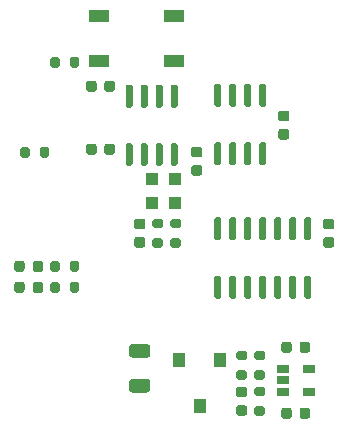
<source format=gbr>
%TF.GenerationSoftware,KiCad,Pcbnew,(5.1.10)-1*%
%TF.CreationDate,2021-09-16T15:44:01+01:00*%
%TF.ProjectId,Eos-Board,456f732d-426f-4617-9264-2e6b69636164,rev?*%
%TF.SameCoordinates,Original*%
%TF.FileFunction,Paste,Top*%
%TF.FilePolarity,Positive*%
%FSLAX46Y46*%
G04 Gerber Fmt 4.6, Leading zero omitted, Abs format (unit mm)*
G04 Created by KiCad (PCBNEW (5.1.10)-1) date 2021-09-16 15:44:01*
%MOMM*%
%LPD*%
G01*
G04 APERTURE LIST*
%ADD10R,1.700000X1.000000*%
%ADD11R,1.000000X1.000000*%
%ADD12R,1.060000X0.650000*%
%ADD13R,1.000000X1.300000*%
G04 APERTURE END LIST*
D10*
%TO.C,SW2*%
X113132000Y-64130000D03*
X106832000Y-64130000D03*
X113132000Y-60330000D03*
X106832000Y-60330000D03*
%TD*%
%TO.C,R9*%
G36*
G01*
X104311000Y-64537000D02*
X104311000Y-63987000D01*
G75*
G02*
X104511000Y-63787000I200000J0D01*
G01*
X104911000Y-63787000D01*
G75*
G02*
X105111000Y-63987000I0J-200000D01*
G01*
X105111000Y-64537000D01*
G75*
G02*
X104911000Y-64737000I-200000J0D01*
G01*
X104511000Y-64737000D01*
G75*
G02*
X104311000Y-64537000I0J200000D01*
G01*
G37*
G36*
G01*
X102661000Y-64537000D02*
X102661000Y-63987000D01*
G75*
G02*
X102861000Y-63787000I200000J0D01*
G01*
X103261000Y-63787000D01*
G75*
G02*
X103461000Y-63987000I0J-200000D01*
G01*
X103461000Y-64537000D01*
G75*
G02*
X103261000Y-64737000I-200000J0D01*
G01*
X102861000Y-64737000D01*
G75*
G02*
X102661000Y-64537000I0J200000D01*
G01*
G37*
%TD*%
%TO.C,U6*%
G36*
G01*
X113007000Y-71096000D02*
X113307000Y-71096000D01*
G75*
G02*
X113457000Y-71246000I0J-150000D01*
G01*
X113457000Y-72896000D01*
G75*
G02*
X113307000Y-73046000I-150000J0D01*
G01*
X113007000Y-73046000D01*
G75*
G02*
X112857000Y-72896000I0J150000D01*
G01*
X112857000Y-71246000D01*
G75*
G02*
X113007000Y-71096000I150000J0D01*
G01*
G37*
G36*
G01*
X111737000Y-71096000D02*
X112037000Y-71096000D01*
G75*
G02*
X112187000Y-71246000I0J-150000D01*
G01*
X112187000Y-72896000D01*
G75*
G02*
X112037000Y-73046000I-150000J0D01*
G01*
X111737000Y-73046000D01*
G75*
G02*
X111587000Y-72896000I0J150000D01*
G01*
X111587000Y-71246000D01*
G75*
G02*
X111737000Y-71096000I150000J0D01*
G01*
G37*
G36*
G01*
X110467000Y-71096000D02*
X110767000Y-71096000D01*
G75*
G02*
X110917000Y-71246000I0J-150000D01*
G01*
X110917000Y-72896000D01*
G75*
G02*
X110767000Y-73046000I-150000J0D01*
G01*
X110467000Y-73046000D01*
G75*
G02*
X110317000Y-72896000I0J150000D01*
G01*
X110317000Y-71246000D01*
G75*
G02*
X110467000Y-71096000I150000J0D01*
G01*
G37*
G36*
G01*
X109197000Y-71096000D02*
X109497000Y-71096000D01*
G75*
G02*
X109647000Y-71246000I0J-150000D01*
G01*
X109647000Y-72896000D01*
G75*
G02*
X109497000Y-73046000I-150000J0D01*
G01*
X109197000Y-73046000D01*
G75*
G02*
X109047000Y-72896000I0J150000D01*
G01*
X109047000Y-71246000D01*
G75*
G02*
X109197000Y-71096000I150000J0D01*
G01*
G37*
G36*
G01*
X109197000Y-66146000D02*
X109497000Y-66146000D01*
G75*
G02*
X109647000Y-66296000I0J-150000D01*
G01*
X109647000Y-67946000D01*
G75*
G02*
X109497000Y-68096000I-150000J0D01*
G01*
X109197000Y-68096000D01*
G75*
G02*
X109047000Y-67946000I0J150000D01*
G01*
X109047000Y-66296000D01*
G75*
G02*
X109197000Y-66146000I150000J0D01*
G01*
G37*
G36*
G01*
X110467000Y-66146000D02*
X110767000Y-66146000D01*
G75*
G02*
X110917000Y-66296000I0J-150000D01*
G01*
X110917000Y-67946000D01*
G75*
G02*
X110767000Y-68096000I-150000J0D01*
G01*
X110467000Y-68096000D01*
G75*
G02*
X110317000Y-67946000I0J150000D01*
G01*
X110317000Y-66296000D01*
G75*
G02*
X110467000Y-66146000I150000J0D01*
G01*
G37*
G36*
G01*
X111737000Y-66146000D02*
X112037000Y-66146000D01*
G75*
G02*
X112187000Y-66296000I0J-150000D01*
G01*
X112187000Y-67946000D01*
G75*
G02*
X112037000Y-68096000I-150000J0D01*
G01*
X111737000Y-68096000D01*
G75*
G02*
X111587000Y-67946000I0J150000D01*
G01*
X111587000Y-66296000D01*
G75*
G02*
X111737000Y-66146000I150000J0D01*
G01*
G37*
G36*
G01*
X113007000Y-66146000D02*
X113307000Y-66146000D01*
G75*
G02*
X113457000Y-66296000I0J-150000D01*
G01*
X113457000Y-67946000D01*
G75*
G02*
X113307000Y-68096000I-150000J0D01*
G01*
X113007000Y-68096000D01*
G75*
G02*
X112857000Y-67946000I0J150000D01*
G01*
X112857000Y-66296000D01*
G75*
G02*
X113007000Y-66146000I150000J0D01*
G01*
G37*
%TD*%
D11*
%TO.C,U4*%
X113268000Y-74184000D03*
X113268000Y-76184000D03*
X111268000Y-76184000D03*
X111268000Y-74184000D03*
%TD*%
%TO.C,U3*%
G36*
G01*
X124310000Y-82337000D02*
X124610000Y-82337000D01*
G75*
G02*
X124760000Y-82487000I0J-150000D01*
G01*
X124760000Y-84137000D01*
G75*
G02*
X124610000Y-84287000I-150000J0D01*
G01*
X124310000Y-84287000D01*
G75*
G02*
X124160000Y-84137000I0J150000D01*
G01*
X124160000Y-82487000D01*
G75*
G02*
X124310000Y-82337000I150000J0D01*
G01*
G37*
G36*
G01*
X123040000Y-82337000D02*
X123340000Y-82337000D01*
G75*
G02*
X123490000Y-82487000I0J-150000D01*
G01*
X123490000Y-84137000D01*
G75*
G02*
X123340000Y-84287000I-150000J0D01*
G01*
X123040000Y-84287000D01*
G75*
G02*
X122890000Y-84137000I0J150000D01*
G01*
X122890000Y-82487000D01*
G75*
G02*
X123040000Y-82337000I150000J0D01*
G01*
G37*
G36*
G01*
X121770000Y-82337000D02*
X122070000Y-82337000D01*
G75*
G02*
X122220000Y-82487000I0J-150000D01*
G01*
X122220000Y-84137000D01*
G75*
G02*
X122070000Y-84287000I-150000J0D01*
G01*
X121770000Y-84287000D01*
G75*
G02*
X121620000Y-84137000I0J150000D01*
G01*
X121620000Y-82487000D01*
G75*
G02*
X121770000Y-82337000I150000J0D01*
G01*
G37*
G36*
G01*
X120500000Y-82337000D02*
X120800000Y-82337000D01*
G75*
G02*
X120950000Y-82487000I0J-150000D01*
G01*
X120950000Y-84137000D01*
G75*
G02*
X120800000Y-84287000I-150000J0D01*
G01*
X120500000Y-84287000D01*
G75*
G02*
X120350000Y-84137000I0J150000D01*
G01*
X120350000Y-82487000D01*
G75*
G02*
X120500000Y-82337000I150000J0D01*
G01*
G37*
G36*
G01*
X119230000Y-82337000D02*
X119530000Y-82337000D01*
G75*
G02*
X119680000Y-82487000I0J-150000D01*
G01*
X119680000Y-84137000D01*
G75*
G02*
X119530000Y-84287000I-150000J0D01*
G01*
X119230000Y-84287000D01*
G75*
G02*
X119080000Y-84137000I0J150000D01*
G01*
X119080000Y-82487000D01*
G75*
G02*
X119230000Y-82337000I150000J0D01*
G01*
G37*
G36*
G01*
X117960000Y-82337000D02*
X118260000Y-82337000D01*
G75*
G02*
X118410000Y-82487000I0J-150000D01*
G01*
X118410000Y-84137000D01*
G75*
G02*
X118260000Y-84287000I-150000J0D01*
G01*
X117960000Y-84287000D01*
G75*
G02*
X117810000Y-84137000I0J150000D01*
G01*
X117810000Y-82487000D01*
G75*
G02*
X117960000Y-82337000I150000J0D01*
G01*
G37*
G36*
G01*
X116690000Y-82337000D02*
X116990000Y-82337000D01*
G75*
G02*
X117140000Y-82487000I0J-150000D01*
G01*
X117140000Y-84137000D01*
G75*
G02*
X116990000Y-84287000I-150000J0D01*
G01*
X116690000Y-84287000D01*
G75*
G02*
X116540000Y-84137000I0J150000D01*
G01*
X116540000Y-82487000D01*
G75*
G02*
X116690000Y-82337000I150000J0D01*
G01*
G37*
G36*
G01*
X116690000Y-77387000D02*
X116990000Y-77387000D01*
G75*
G02*
X117140000Y-77537000I0J-150000D01*
G01*
X117140000Y-79187000D01*
G75*
G02*
X116990000Y-79337000I-150000J0D01*
G01*
X116690000Y-79337000D01*
G75*
G02*
X116540000Y-79187000I0J150000D01*
G01*
X116540000Y-77537000D01*
G75*
G02*
X116690000Y-77387000I150000J0D01*
G01*
G37*
G36*
G01*
X117960000Y-77387000D02*
X118260000Y-77387000D01*
G75*
G02*
X118410000Y-77537000I0J-150000D01*
G01*
X118410000Y-79187000D01*
G75*
G02*
X118260000Y-79337000I-150000J0D01*
G01*
X117960000Y-79337000D01*
G75*
G02*
X117810000Y-79187000I0J150000D01*
G01*
X117810000Y-77537000D01*
G75*
G02*
X117960000Y-77387000I150000J0D01*
G01*
G37*
G36*
G01*
X119230000Y-77387000D02*
X119530000Y-77387000D01*
G75*
G02*
X119680000Y-77537000I0J-150000D01*
G01*
X119680000Y-79187000D01*
G75*
G02*
X119530000Y-79337000I-150000J0D01*
G01*
X119230000Y-79337000D01*
G75*
G02*
X119080000Y-79187000I0J150000D01*
G01*
X119080000Y-77537000D01*
G75*
G02*
X119230000Y-77387000I150000J0D01*
G01*
G37*
G36*
G01*
X120500000Y-77387000D02*
X120800000Y-77387000D01*
G75*
G02*
X120950000Y-77537000I0J-150000D01*
G01*
X120950000Y-79187000D01*
G75*
G02*
X120800000Y-79337000I-150000J0D01*
G01*
X120500000Y-79337000D01*
G75*
G02*
X120350000Y-79187000I0J150000D01*
G01*
X120350000Y-77537000D01*
G75*
G02*
X120500000Y-77387000I150000J0D01*
G01*
G37*
G36*
G01*
X121770000Y-77387000D02*
X122070000Y-77387000D01*
G75*
G02*
X122220000Y-77537000I0J-150000D01*
G01*
X122220000Y-79187000D01*
G75*
G02*
X122070000Y-79337000I-150000J0D01*
G01*
X121770000Y-79337000D01*
G75*
G02*
X121620000Y-79187000I0J150000D01*
G01*
X121620000Y-77537000D01*
G75*
G02*
X121770000Y-77387000I150000J0D01*
G01*
G37*
G36*
G01*
X123040000Y-77387000D02*
X123340000Y-77387000D01*
G75*
G02*
X123490000Y-77537000I0J-150000D01*
G01*
X123490000Y-79187000D01*
G75*
G02*
X123340000Y-79337000I-150000J0D01*
G01*
X123040000Y-79337000D01*
G75*
G02*
X122890000Y-79187000I0J150000D01*
G01*
X122890000Y-77537000D01*
G75*
G02*
X123040000Y-77387000I150000J0D01*
G01*
G37*
G36*
G01*
X124310000Y-77387000D02*
X124610000Y-77387000D01*
G75*
G02*
X124760000Y-77537000I0J-150000D01*
G01*
X124760000Y-79187000D01*
G75*
G02*
X124610000Y-79337000I-150000J0D01*
G01*
X124310000Y-79337000D01*
G75*
G02*
X124160000Y-79187000I0J150000D01*
G01*
X124160000Y-77537000D01*
G75*
G02*
X124310000Y-77387000I150000J0D01*
G01*
G37*
%TD*%
%TO.C,U2*%
G36*
G01*
X120500000Y-71031000D02*
X120800000Y-71031000D01*
G75*
G02*
X120950000Y-71181000I0J-150000D01*
G01*
X120950000Y-72831000D01*
G75*
G02*
X120800000Y-72981000I-150000J0D01*
G01*
X120500000Y-72981000D01*
G75*
G02*
X120350000Y-72831000I0J150000D01*
G01*
X120350000Y-71181000D01*
G75*
G02*
X120500000Y-71031000I150000J0D01*
G01*
G37*
G36*
G01*
X119230000Y-71031000D02*
X119530000Y-71031000D01*
G75*
G02*
X119680000Y-71181000I0J-150000D01*
G01*
X119680000Y-72831000D01*
G75*
G02*
X119530000Y-72981000I-150000J0D01*
G01*
X119230000Y-72981000D01*
G75*
G02*
X119080000Y-72831000I0J150000D01*
G01*
X119080000Y-71181000D01*
G75*
G02*
X119230000Y-71031000I150000J0D01*
G01*
G37*
G36*
G01*
X117960000Y-71031000D02*
X118260000Y-71031000D01*
G75*
G02*
X118410000Y-71181000I0J-150000D01*
G01*
X118410000Y-72831000D01*
G75*
G02*
X118260000Y-72981000I-150000J0D01*
G01*
X117960000Y-72981000D01*
G75*
G02*
X117810000Y-72831000I0J150000D01*
G01*
X117810000Y-71181000D01*
G75*
G02*
X117960000Y-71031000I150000J0D01*
G01*
G37*
G36*
G01*
X116690000Y-71031000D02*
X116990000Y-71031000D01*
G75*
G02*
X117140000Y-71181000I0J-150000D01*
G01*
X117140000Y-72831000D01*
G75*
G02*
X116990000Y-72981000I-150000J0D01*
G01*
X116690000Y-72981000D01*
G75*
G02*
X116540000Y-72831000I0J150000D01*
G01*
X116540000Y-71181000D01*
G75*
G02*
X116690000Y-71031000I150000J0D01*
G01*
G37*
G36*
G01*
X116690000Y-66081000D02*
X116990000Y-66081000D01*
G75*
G02*
X117140000Y-66231000I0J-150000D01*
G01*
X117140000Y-67881000D01*
G75*
G02*
X116990000Y-68031000I-150000J0D01*
G01*
X116690000Y-68031000D01*
G75*
G02*
X116540000Y-67881000I0J150000D01*
G01*
X116540000Y-66231000D01*
G75*
G02*
X116690000Y-66081000I150000J0D01*
G01*
G37*
G36*
G01*
X117960000Y-66081000D02*
X118260000Y-66081000D01*
G75*
G02*
X118410000Y-66231000I0J-150000D01*
G01*
X118410000Y-67881000D01*
G75*
G02*
X118260000Y-68031000I-150000J0D01*
G01*
X117960000Y-68031000D01*
G75*
G02*
X117810000Y-67881000I0J150000D01*
G01*
X117810000Y-66231000D01*
G75*
G02*
X117960000Y-66081000I150000J0D01*
G01*
G37*
G36*
G01*
X119230000Y-66081000D02*
X119530000Y-66081000D01*
G75*
G02*
X119680000Y-66231000I0J-150000D01*
G01*
X119680000Y-67881000D01*
G75*
G02*
X119530000Y-68031000I-150000J0D01*
G01*
X119230000Y-68031000D01*
G75*
G02*
X119080000Y-67881000I0J150000D01*
G01*
X119080000Y-66231000D01*
G75*
G02*
X119230000Y-66081000I150000J0D01*
G01*
G37*
G36*
G01*
X120500000Y-66081000D02*
X120800000Y-66081000D01*
G75*
G02*
X120950000Y-66231000I0J-150000D01*
G01*
X120950000Y-67881000D01*
G75*
G02*
X120800000Y-68031000I-150000J0D01*
G01*
X120500000Y-68031000D01*
G75*
G02*
X120350000Y-67881000I0J150000D01*
G01*
X120350000Y-66231000D01*
G75*
G02*
X120500000Y-66081000I150000J0D01*
G01*
G37*
%TD*%
D12*
%TO.C,U1*%
X124544000Y-90236000D03*
X124544000Y-92136000D03*
X122344000Y-92136000D03*
X122344000Y-91186000D03*
X122344000Y-90236000D03*
%TD*%
D13*
%TO.C,SW1*%
X115316000Y-93390000D03*
X113566000Y-89490000D03*
X117066000Y-89490000D03*
%TD*%
%TO.C,R8*%
G36*
G01*
X113559000Y-78315000D02*
X113009000Y-78315000D01*
G75*
G02*
X112809000Y-78115000I0J200000D01*
G01*
X112809000Y-77715000D01*
G75*
G02*
X113009000Y-77515000I200000J0D01*
G01*
X113559000Y-77515000D01*
G75*
G02*
X113759000Y-77715000I0J-200000D01*
G01*
X113759000Y-78115000D01*
G75*
G02*
X113559000Y-78315000I-200000J0D01*
G01*
G37*
G36*
G01*
X113559000Y-79965000D02*
X113009000Y-79965000D01*
G75*
G02*
X112809000Y-79765000I0J200000D01*
G01*
X112809000Y-79365000D01*
G75*
G02*
X113009000Y-79165000I200000J0D01*
G01*
X113559000Y-79165000D01*
G75*
G02*
X113759000Y-79365000I0J-200000D01*
G01*
X113759000Y-79765000D01*
G75*
G02*
X113559000Y-79965000I-200000J0D01*
G01*
G37*
%TD*%
%TO.C,R7*%
G36*
G01*
X112035000Y-78315000D02*
X111485000Y-78315000D01*
G75*
G02*
X111285000Y-78115000I0J200000D01*
G01*
X111285000Y-77715000D01*
G75*
G02*
X111485000Y-77515000I200000J0D01*
G01*
X112035000Y-77515000D01*
G75*
G02*
X112235000Y-77715000I0J-200000D01*
G01*
X112235000Y-78115000D01*
G75*
G02*
X112035000Y-78315000I-200000J0D01*
G01*
G37*
G36*
G01*
X112035000Y-79965000D02*
X111485000Y-79965000D01*
G75*
G02*
X111285000Y-79765000I0J200000D01*
G01*
X111285000Y-79365000D01*
G75*
G02*
X111485000Y-79165000I200000J0D01*
G01*
X112035000Y-79165000D01*
G75*
G02*
X112235000Y-79365000I0J-200000D01*
G01*
X112235000Y-79765000D01*
G75*
G02*
X112035000Y-79965000I-200000J0D01*
G01*
G37*
%TD*%
%TO.C,R6*%
G36*
G01*
X100921000Y-71607000D02*
X100921000Y-72157000D01*
G75*
G02*
X100721000Y-72357000I-200000J0D01*
G01*
X100321000Y-72357000D01*
G75*
G02*
X100121000Y-72157000I0J200000D01*
G01*
X100121000Y-71607000D01*
G75*
G02*
X100321000Y-71407000I200000J0D01*
G01*
X100721000Y-71407000D01*
G75*
G02*
X100921000Y-71607000I0J-200000D01*
G01*
G37*
G36*
G01*
X102571000Y-71607000D02*
X102571000Y-72157000D01*
G75*
G02*
X102371000Y-72357000I-200000J0D01*
G01*
X101971000Y-72357000D01*
G75*
G02*
X101771000Y-72157000I0J200000D01*
G01*
X101771000Y-71607000D01*
G75*
G02*
X101971000Y-71407000I200000J0D01*
G01*
X102371000Y-71407000D01*
G75*
G02*
X102571000Y-71607000I0J-200000D01*
G01*
G37*
%TD*%
%TO.C,R5*%
G36*
G01*
X104311000Y-81809000D02*
X104311000Y-81259000D01*
G75*
G02*
X104511000Y-81059000I200000J0D01*
G01*
X104911000Y-81059000D01*
G75*
G02*
X105111000Y-81259000I0J-200000D01*
G01*
X105111000Y-81809000D01*
G75*
G02*
X104911000Y-82009000I-200000J0D01*
G01*
X104511000Y-82009000D01*
G75*
G02*
X104311000Y-81809000I0J200000D01*
G01*
G37*
G36*
G01*
X102661000Y-81809000D02*
X102661000Y-81259000D01*
G75*
G02*
X102861000Y-81059000I200000J0D01*
G01*
X103261000Y-81059000D01*
G75*
G02*
X103461000Y-81259000I0J-200000D01*
G01*
X103461000Y-81809000D01*
G75*
G02*
X103261000Y-82009000I-200000J0D01*
G01*
X102861000Y-82009000D01*
G75*
G02*
X102661000Y-81809000I0J200000D01*
G01*
G37*
%TD*%
%TO.C,R4*%
G36*
G01*
X104311000Y-83587000D02*
X104311000Y-83037000D01*
G75*
G02*
X104511000Y-82837000I200000J0D01*
G01*
X104911000Y-82837000D01*
G75*
G02*
X105111000Y-83037000I0J-200000D01*
G01*
X105111000Y-83587000D01*
G75*
G02*
X104911000Y-83787000I-200000J0D01*
G01*
X104511000Y-83787000D01*
G75*
G02*
X104311000Y-83587000I0J200000D01*
G01*
G37*
G36*
G01*
X102661000Y-83587000D02*
X102661000Y-83037000D01*
G75*
G02*
X102861000Y-82837000I200000J0D01*
G01*
X103261000Y-82837000D01*
G75*
G02*
X103461000Y-83037000I0J-200000D01*
G01*
X103461000Y-83587000D01*
G75*
G02*
X103261000Y-83787000I-200000J0D01*
G01*
X102861000Y-83787000D01*
G75*
G02*
X102661000Y-83587000I0J200000D01*
G01*
G37*
%TD*%
%TO.C,R3*%
G36*
G01*
X120671000Y-92539000D02*
X120121000Y-92539000D01*
G75*
G02*
X119921000Y-92339000I0J200000D01*
G01*
X119921000Y-91939000D01*
G75*
G02*
X120121000Y-91739000I200000J0D01*
G01*
X120671000Y-91739000D01*
G75*
G02*
X120871000Y-91939000I0J-200000D01*
G01*
X120871000Y-92339000D01*
G75*
G02*
X120671000Y-92539000I-200000J0D01*
G01*
G37*
G36*
G01*
X120671000Y-94189000D02*
X120121000Y-94189000D01*
G75*
G02*
X119921000Y-93989000I0J200000D01*
G01*
X119921000Y-93589000D01*
G75*
G02*
X120121000Y-93389000I200000J0D01*
G01*
X120671000Y-93389000D01*
G75*
G02*
X120871000Y-93589000I0J-200000D01*
G01*
X120871000Y-93989000D01*
G75*
G02*
X120671000Y-94189000I-200000J0D01*
G01*
G37*
%TD*%
%TO.C,R2*%
G36*
G01*
X120671000Y-89491000D02*
X120121000Y-89491000D01*
G75*
G02*
X119921000Y-89291000I0J200000D01*
G01*
X119921000Y-88891000D01*
G75*
G02*
X120121000Y-88691000I200000J0D01*
G01*
X120671000Y-88691000D01*
G75*
G02*
X120871000Y-88891000I0J-200000D01*
G01*
X120871000Y-89291000D01*
G75*
G02*
X120671000Y-89491000I-200000J0D01*
G01*
G37*
G36*
G01*
X120671000Y-91141000D02*
X120121000Y-91141000D01*
G75*
G02*
X119921000Y-90941000I0J200000D01*
G01*
X119921000Y-90541000D01*
G75*
G02*
X120121000Y-90341000I200000J0D01*
G01*
X120671000Y-90341000D01*
G75*
G02*
X120871000Y-90541000I0J-200000D01*
G01*
X120871000Y-90941000D01*
G75*
G02*
X120671000Y-91141000I-200000J0D01*
G01*
G37*
%TD*%
%TO.C,R1*%
G36*
G01*
X119147000Y-89491000D02*
X118597000Y-89491000D01*
G75*
G02*
X118397000Y-89291000I0J200000D01*
G01*
X118397000Y-88891000D01*
G75*
G02*
X118597000Y-88691000I200000J0D01*
G01*
X119147000Y-88691000D01*
G75*
G02*
X119347000Y-88891000I0J-200000D01*
G01*
X119347000Y-89291000D01*
G75*
G02*
X119147000Y-89491000I-200000J0D01*
G01*
G37*
G36*
G01*
X119147000Y-91141000D02*
X118597000Y-91141000D01*
G75*
G02*
X118397000Y-90941000I0J200000D01*
G01*
X118397000Y-90541000D01*
G75*
G02*
X118597000Y-90341000I200000J0D01*
G01*
X119147000Y-90341000D01*
G75*
G02*
X119347000Y-90541000I0J-200000D01*
G01*
X119347000Y-90941000D01*
G75*
G02*
X119147000Y-91141000I-200000J0D01*
G01*
G37*
%TD*%
%TO.C,D3*%
G36*
G01*
X101188000Y-81790250D02*
X101188000Y-81277750D01*
G75*
G02*
X101406750Y-81059000I218750J0D01*
G01*
X101844250Y-81059000D01*
G75*
G02*
X102063000Y-81277750I0J-218750D01*
G01*
X102063000Y-81790250D01*
G75*
G02*
X101844250Y-82009000I-218750J0D01*
G01*
X101406750Y-82009000D01*
G75*
G02*
X101188000Y-81790250I0J218750D01*
G01*
G37*
G36*
G01*
X99613000Y-81790250D02*
X99613000Y-81277750D01*
G75*
G02*
X99831750Y-81059000I218750J0D01*
G01*
X100269250Y-81059000D01*
G75*
G02*
X100488000Y-81277750I0J-218750D01*
G01*
X100488000Y-81790250D01*
G75*
G02*
X100269250Y-82009000I-218750J0D01*
G01*
X99831750Y-82009000D01*
G75*
G02*
X99613000Y-81790250I0J218750D01*
G01*
G37*
%TD*%
%TO.C,D2*%
G36*
G01*
X101188000Y-83568250D02*
X101188000Y-83055750D01*
G75*
G02*
X101406750Y-82837000I218750J0D01*
G01*
X101844250Y-82837000D01*
G75*
G02*
X102063000Y-83055750I0J-218750D01*
G01*
X102063000Y-83568250D01*
G75*
G02*
X101844250Y-83787000I-218750J0D01*
G01*
X101406750Y-83787000D01*
G75*
G02*
X101188000Y-83568250I0J218750D01*
G01*
G37*
G36*
G01*
X99613000Y-83568250D02*
X99613000Y-83055750D01*
G75*
G02*
X99831750Y-82837000I218750J0D01*
G01*
X100269250Y-82837000D01*
G75*
G02*
X100488000Y-83055750I0J-218750D01*
G01*
X100488000Y-83568250D01*
G75*
G02*
X100269250Y-83787000I-218750J0D01*
G01*
X99831750Y-83787000D01*
G75*
G02*
X99613000Y-83568250I0J218750D01*
G01*
G37*
%TD*%
%TO.C,D1*%
G36*
G01*
X119128250Y-92614000D02*
X118615750Y-92614000D01*
G75*
G02*
X118397000Y-92395250I0J218750D01*
G01*
X118397000Y-91957750D01*
G75*
G02*
X118615750Y-91739000I218750J0D01*
G01*
X119128250Y-91739000D01*
G75*
G02*
X119347000Y-91957750I0J-218750D01*
G01*
X119347000Y-92395250D01*
G75*
G02*
X119128250Y-92614000I-218750J0D01*
G01*
G37*
G36*
G01*
X119128250Y-94189000D02*
X118615750Y-94189000D01*
G75*
G02*
X118397000Y-93970250I0J218750D01*
G01*
X118397000Y-93532750D01*
G75*
G02*
X118615750Y-93314000I218750J0D01*
G01*
X119128250Y-93314000D01*
G75*
G02*
X119347000Y-93532750I0J-218750D01*
G01*
X119347000Y-93970250D01*
G75*
G02*
X119128250Y-94189000I-218750J0D01*
G01*
G37*
%TD*%
%TO.C,C9*%
G36*
G01*
X107246000Y-71878000D02*
X107246000Y-71378000D01*
G75*
G02*
X107471000Y-71153000I225000J0D01*
G01*
X107921000Y-71153000D01*
G75*
G02*
X108146000Y-71378000I0J-225000D01*
G01*
X108146000Y-71878000D01*
G75*
G02*
X107921000Y-72103000I-225000J0D01*
G01*
X107471000Y-72103000D01*
G75*
G02*
X107246000Y-71878000I0J225000D01*
G01*
G37*
G36*
G01*
X105696000Y-71878000D02*
X105696000Y-71378000D01*
G75*
G02*
X105921000Y-71153000I225000J0D01*
G01*
X106371000Y-71153000D01*
G75*
G02*
X106596000Y-71378000I0J-225000D01*
G01*
X106596000Y-71878000D01*
G75*
G02*
X106371000Y-72103000I-225000J0D01*
G01*
X105921000Y-72103000D01*
G75*
G02*
X105696000Y-71878000I0J225000D01*
G01*
G37*
%TD*%
%TO.C,C8*%
G36*
G01*
X107246000Y-66544000D02*
X107246000Y-66044000D01*
G75*
G02*
X107471000Y-65819000I225000J0D01*
G01*
X107921000Y-65819000D01*
G75*
G02*
X108146000Y-66044000I0J-225000D01*
G01*
X108146000Y-66544000D01*
G75*
G02*
X107921000Y-66769000I-225000J0D01*
G01*
X107471000Y-66769000D01*
G75*
G02*
X107246000Y-66544000I0J225000D01*
G01*
G37*
G36*
G01*
X105696000Y-66544000D02*
X105696000Y-66044000D01*
G75*
G02*
X105921000Y-65819000I225000J0D01*
G01*
X106371000Y-65819000D01*
G75*
G02*
X106596000Y-66044000I0J-225000D01*
G01*
X106596000Y-66544000D01*
G75*
G02*
X106371000Y-66769000I-225000J0D01*
G01*
X105921000Y-66769000D01*
G75*
G02*
X105696000Y-66544000I0J225000D01*
G01*
G37*
%TD*%
%TO.C,C7*%
G36*
G01*
X109986000Y-79052000D02*
X110486000Y-79052000D01*
G75*
G02*
X110711000Y-79277000I0J-225000D01*
G01*
X110711000Y-79727000D01*
G75*
G02*
X110486000Y-79952000I-225000J0D01*
G01*
X109986000Y-79952000D01*
G75*
G02*
X109761000Y-79727000I0J225000D01*
G01*
X109761000Y-79277000D01*
G75*
G02*
X109986000Y-79052000I225000J0D01*
G01*
G37*
G36*
G01*
X109986000Y-77502000D02*
X110486000Y-77502000D01*
G75*
G02*
X110711000Y-77727000I0J-225000D01*
G01*
X110711000Y-78177000D01*
G75*
G02*
X110486000Y-78402000I-225000J0D01*
G01*
X109986000Y-78402000D01*
G75*
G02*
X109761000Y-78177000I0J225000D01*
G01*
X109761000Y-77727000D01*
G75*
G02*
X109986000Y-77502000I225000J0D01*
G01*
G37*
%TD*%
%TO.C,C6*%
G36*
G01*
X114812000Y-72969000D02*
X115312000Y-72969000D01*
G75*
G02*
X115537000Y-73194000I0J-225000D01*
G01*
X115537000Y-73644000D01*
G75*
G02*
X115312000Y-73869000I-225000J0D01*
G01*
X114812000Y-73869000D01*
G75*
G02*
X114587000Y-73644000I0J225000D01*
G01*
X114587000Y-73194000D01*
G75*
G02*
X114812000Y-72969000I225000J0D01*
G01*
G37*
G36*
G01*
X114812000Y-71419000D02*
X115312000Y-71419000D01*
G75*
G02*
X115537000Y-71644000I0J-225000D01*
G01*
X115537000Y-72094000D01*
G75*
G02*
X115312000Y-72319000I-225000J0D01*
G01*
X114812000Y-72319000D01*
G75*
G02*
X114587000Y-72094000I0J225000D01*
G01*
X114587000Y-71644000D01*
G75*
G02*
X114812000Y-71419000I225000J0D01*
G01*
G37*
%TD*%
%TO.C,C5*%
G36*
G01*
X125988000Y-79065000D02*
X126488000Y-79065000D01*
G75*
G02*
X126713000Y-79290000I0J-225000D01*
G01*
X126713000Y-79740000D01*
G75*
G02*
X126488000Y-79965000I-225000J0D01*
G01*
X125988000Y-79965000D01*
G75*
G02*
X125763000Y-79740000I0J225000D01*
G01*
X125763000Y-79290000D01*
G75*
G02*
X125988000Y-79065000I225000J0D01*
G01*
G37*
G36*
G01*
X125988000Y-77515000D02*
X126488000Y-77515000D01*
G75*
G02*
X126713000Y-77740000I0J-225000D01*
G01*
X126713000Y-78190000D01*
G75*
G02*
X126488000Y-78415000I-225000J0D01*
G01*
X125988000Y-78415000D01*
G75*
G02*
X125763000Y-78190000I0J225000D01*
G01*
X125763000Y-77740000D01*
G75*
G02*
X125988000Y-77515000I225000J0D01*
G01*
G37*
%TD*%
%TO.C,C4*%
G36*
G01*
X122678000Y-69258000D02*
X122178000Y-69258000D01*
G75*
G02*
X121953000Y-69033000I0J225000D01*
G01*
X121953000Y-68583000D01*
G75*
G02*
X122178000Y-68358000I225000J0D01*
G01*
X122678000Y-68358000D01*
G75*
G02*
X122903000Y-68583000I0J-225000D01*
G01*
X122903000Y-69033000D01*
G75*
G02*
X122678000Y-69258000I-225000J0D01*
G01*
G37*
G36*
G01*
X122678000Y-70808000D02*
X122178000Y-70808000D01*
G75*
G02*
X121953000Y-70583000I0J225000D01*
G01*
X121953000Y-70133000D01*
G75*
G02*
X122178000Y-69908000I225000J0D01*
G01*
X122678000Y-69908000D01*
G75*
G02*
X122903000Y-70133000I0J-225000D01*
G01*
X122903000Y-70583000D01*
G75*
G02*
X122678000Y-70808000I-225000J0D01*
G01*
G37*
%TD*%
%TO.C,C3*%
G36*
G01*
X123119000Y-88142000D02*
X123119000Y-88642000D01*
G75*
G02*
X122894000Y-88867000I-225000J0D01*
G01*
X122444000Y-88867000D01*
G75*
G02*
X122219000Y-88642000I0J225000D01*
G01*
X122219000Y-88142000D01*
G75*
G02*
X122444000Y-87917000I225000J0D01*
G01*
X122894000Y-87917000D01*
G75*
G02*
X123119000Y-88142000I0J-225000D01*
G01*
G37*
G36*
G01*
X124669000Y-88142000D02*
X124669000Y-88642000D01*
G75*
G02*
X124444000Y-88867000I-225000J0D01*
G01*
X123994000Y-88867000D01*
G75*
G02*
X123769000Y-88642000I0J225000D01*
G01*
X123769000Y-88142000D01*
G75*
G02*
X123994000Y-87917000I225000J0D01*
G01*
X124444000Y-87917000D01*
G75*
G02*
X124669000Y-88142000I0J-225000D01*
G01*
G37*
%TD*%
%TO.C,C2*%
G36*
G01*
X110886001Y-89270000D02*
X109585999Y-89270000D01*
G75*
G02*
X109336000Y-89020001I0J249999D01*
G01*
X109336000Y-88369999D01*
G75*
G02*
X109585999Y-88120000I249999J0D01*
G01*
X110886001Y-88120000D01*
G75*
G02*
X111136000Y-88369999I0J-249999D01*
G01*
X111136000Y-89020001D01*
G75*
G02*
X110886001Y-89270000I-249999J0D01*
G01*
G37*
G36*
G01*
X110886001Y-92220000D02*
X109585999Y-92220000D01*
G75*
G02*
X109336000Y-91970001I0J249999D01*
G01*
X109336000Y-91319999D01*
G75*
G02*
X109585999Y-91070000I249999J0D01*
G01*
X110886001Y-91070000D01*
G75*
G02*
X111136000Y-91319999I0J-249999D01*
G01*
X111136000Y-91970001D01*
G75*
G02*
X110886001Y-92220000I-249999J0D01*
G01*
G37*
%TD*%
%TO.C,C1*%
G36*
G01*
X123769000Y-94230000D02*
X123769000Y-93730000D01*
G75*
G02*
X123994000Y-93505000I225000J0D01*
G01*
X124444000Y-93505000D01*
G75*
G02*
X124669000Y-93730000I0J-225000D01*
G01*
X124669000Y-94230000D01*
G75*
G02*
X124444000Y-94455000I-225000J0D01*
G01*
X123994000Y-94455000D01*
G75*
G02*
X123769000Y-94230000I0J225000D01*
G01*
G37*
G36*
G01*
X122219000Y-94230000D02*
X122219000Y-93730000D01*
G75*
G02*
X122444000Y-93505000I225000J0D01*
G01*
X122894000Y-93505000D01*
G75*
G02*
X123119000Y-93730000I0J-225000D01*
G01*
X123119000Y-94230000D01*
G75*
G02*
X122894000Y-94455000I-225000J0D01*
G01*
X122444000Y-94455000D01*
G75*
G02*
X122219000Y-94230000I0J225000D01*
G01*
G37*
%TD*%
M02*

</source>
